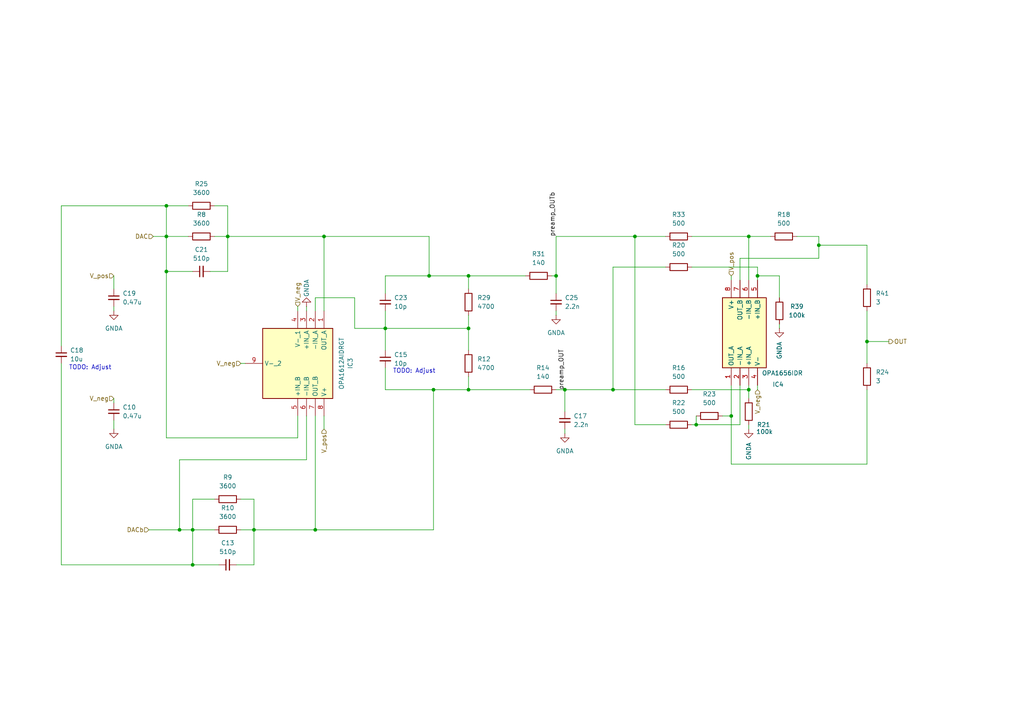
<source format=kicad_sch>
(kicad_sch (version 20250114) (generator "eeschema") (generator_version "9.0")
  (paper "A4")
  (lib_symbols
    (symbol "Device:C_Small" (pin_numbers (hide yes)) (pin_names (offset 0.254) (hide yes))
      (property "Reference" "C" (at 0.254 1.778 0))
      (property "Value" "C_Small" (at 0.254 -2.032 0))
      (symbol "C_Small_0_1"
        (polyline (pts (xy -1.524 0.508) (xy 1.524 0.508)) (stroke (width 0.3048)))
        (polyline (pts (xy -1.524 -0.508) (xy 1.524 -0.508)) (stroke (width 0.3302)))
      )
      (symbol "C_Small_1_1"
        (pin passive line (at 0 2.54 270) (length 2.032) (name "~") (number "1"))
        (pin passive line (at 0 -2.54 90) (length 2.032) (name "~") (number "2"))
      )
    )
    (symbol "Device:R" (pin_numbers (hide yes)) (pin_names (offset 0))
      (property "Reference" "R" (at 2.032 0 90))
      (property "Value" "R" (at 0 0 90))
      (symbol "R_0_1"
        (rectangle (start -1.016 -2.54) (end 1.016 2.54) (stroke (width 0.254)))
      )
      (symbol "R_1_1"
        (pin passive line (at 0 3.81 270) (length 1.27) (name "~") (number "1"))
        (pin passive line (at 0 -3.81 90) (length 1.27) (name "~") (number "2"))
      )
    )
    (symbol "OPA1612AIDRGT:OPA1612AIDRGT"
      (property "Reference" "IC" (at 26.67 7.62 0))
      (property "Value" "OPA1612AIDRGT" (at 26.67 5.08 0))
      (symbol "OPA1612AIDRGT_1_1"
        (rectangle (start 5.08 2.54) (end 25.4 -17.78) (stroke (width 0.254)) (fill (type background)))
        (pin passive line (at 0 0 0) (length 5.08) (name "OUT_A") (number "1"))
        (pin passive line (at 0 -2.54 0) (length 5.08) (name "-IN_A") (number "2"))
        (pin passive line (at 0 -5.08 0) (length 5.08) (name "+IN_A") (number "3"))
        (pin passive line (at 0 -7.62 0) (length 5.08) (name "V-_1") (number "4"))
        (pin passive line (at 15.24 -22.86 90) (length 5.08) (name "V-_2") (number "9"))
        (pin passive line (at 30.48 0 180) (length 5.08) (name "V+") (number "8"))
        (pin passive line (at 30.48 -2.54 180) (length 5.08) (name "OUT_B") (number "7"))
        (pin passive line (at 30.48 -5.08 180) (length 5.08) (name "-IN_B") (number "6"))
        (pin passive line (at 30.48 -7.62 180) (length 5.08) (name "+IN_B") (number "5"))
      )
    )
    (symbol "OPA1656IDR:OPA1656IDR"
      (property "Reference" "IC" (at 26.67 7.62 0))
      (property "Value" "OPA1656IDR" (at 26.67 5.08 0))
      (symbol "OPA1656IDR_1_1"
        (rectangle (start 5.08 2.54) (end 25.4 -10.16) (stroke (width 0.254)) (fill (type background)))
        (pin passive line (at 0 0 0) (length 5.08) (name "OUT_A") (number "1"))
        (pin passive line (at 0 -2.54 0) (length 5.08) (name "-IN_A") (number "2"))
        (pin passive line (at 0 -5.08 0) (length 5.08) (name "+IN_A") (number "3"))
        (pin passive line (at 0 -7.62 0) (length 5.08) (name "V-") (number "4"))
        (pin passive line (at 30.48 0 180) (length 5.08) (name "V+") (number "8"))
        (pin passive line (at 30.48 -2.54 180) (length 5.08) (name "OUT_B") (number "7"))
        (pin passive line (at 30.48 -5.08 180) (length 5.08) (name "-IN_B") (number "6"))
        (pin passive line (at 30.48 -7.62 180) (length 5.08) (name "+IN_B") (number "5"))
      )
    )
    (symbol "power:GNDA" (power) (pin_numbers (hide yes)) (pin_names (offset 0) (hide yes))
      (property "Value" "GNDA" (at 0 -3.81 0))
      (symbol "GNDA_0_1"
        (polyline (pts (xy 0 0) (xy 0 -1.27) (xy 1.27 -1.27) (xy 0 -2.54) (xy -1.27 -1.27) (xy 0 -1.27)))
      )
      (symbol "GNDA_1_1"
        (pin power_in line (at 0 0 270) (length 0) (name "~") (number "1"))
      )
    )
  )
  (text "TODO: Adjust" (at 120.142 107.696 0) (effects (font (size 1.27 1.27))))
  (text "TODO: Adjust" (at 26.162 106.68 0) (effects (font (size 1.27 1.27))))
  (junction (at 91.44 153.67))
  (junction (at 212.09 120.65))
  (junction (at 73.66 153.67))
  (junction (at 135.89 113.03))
  (junction (at 219.71 80.01))
  (junction (at 48.26 78.74))
  (junction (at 52.07 153.67))
  (junction (at 161.29 80.01))
  (junction (at 184.15 68.58))
  (junction (at 55.88 163.83))
  (junction (at 135.89 95.25))
  (junction (at 93.98 68.58))
  (junction (at 135.89 80.01))
  (junction (at 163.83 113.03))
  (junction (at 66.04 68.58))
  (junction (at 217.17 113.03))
  (junction (at 48.26 59.69))
  (junction (at 48.26 68.58))
  (junction (at 201.93 123.19))
  (junction (at 111.76 95.25))
  (junction (at 237.49 71.12))
  (junction (at 251.46 99.06))
  (junction (at 124.46 80.01))
  (junction (at 177.8 113.03))
  (junction (at 125.73 113.03))
  (junction (at 217.17 68.58))
  (junction (at 55.88 153.67))
  (wire (pts (xy 48.26 68.58) (xy 54.61 68.58)))
  (wire (pts (xy 33.02 88.9) (xy 33.02 90.17)))
  (wire (pts (xy 212.09 120.65) (xy 209.55 120.65)))
  (wire (pts (xy 200.66 113.03) (xy 217.17 113.03)))
  (wire (pts (xy 17.78 59.69) (xy 17.78 100.33)))
  (wire (pts (xy 135.89 113.03) (xy 135.89 109.22)))
  (wire (pts (xy 226.06 80.01) (xy 226.06 86.36)))
  (wire (pts (xy 66.04 78.74) (xy 60.96 78.74)))
  (wire (pts (xy 102.87 86.36) (xy 102.87 95.25)))
  (wire (pts (xy 200.66 77.47) (xy 219.71 77.47)))
  (wire (pts (xy 251.46 90.17) (xy 251.46 99.06)))
  (wire (pts (xy 17.78 163.83) (xy 55.88 163.83)))
  (wire (pts (xy 52.07 133.35) (xy 52.07 153.67)))
  (wire (pts (xy 201.93 123.19) (xy 214.63 123.19)))
  (wire (pts (xy 226.06 93.98) (xy 226.06 95.25)))
  (wire (pts (xy 111.76 106.68) (xy 111.76 113.03)))
  (wire (pts (xy 125.73 153.67) (xy 125.73 113.03)))
  (wire (pts (xy 161.29 68.58) (xy 184.15 68.58)))
  (wire (pts (xy 135.89 80.01) (xy 135.89 83.82)))
  (wire (pts (xy 55.88 153.67) (xy 62.23 153.67)))
  (wire (pts (xy 219.71 77.47) (xy 219.71 80.01)))
  (wire (pts (xy 88.9 120.65) (xy 88.9 133.35)))
  (wire (pts (xy 237.49 68.58) (xy 237.49 71.12)))
  (wire (pts (xy 237.49 74.93) (xy 214.63 74.93)))
  (wire (pts (xy 93.98 90.17) (xy 93.98 68.58)))
  (wire (pts (xy 111.76 95.25) (xy 111.76 101.6)))
  (wire (pts (xy 48.26 127) (xy 86.36 127)))
  (wire (pts (xy 251.46 134.62) (xy 212.09 134.62)))
  (wire (pts (xy 163.83 113.03) (xy 177.8 113.03)))
  (wire (pts (xy 44.45 68.58) (xy 48.26 68.58)))
  (wire (pts (xy 62.23 68.58) (xy 66.04 68.58)))
  (wire (pts (xy 212.09 80.01) (xy 212.09 81.28)))
  (wire (pts (xy 48.26 78.74) (xy 55.88 78.74)))
  (wire (pts (xy 55.88 144.78) (xy 55.88 153.67)))
  (wire (pts (xy 135.89 113.03) (xy 153.67 113.03)))
  (wire (pts (xy 212.09 134.62) (xy 212.09 120.65)))
  (wire (pts (xy 217.17 113.03) (xy 217.17 115.57)))
  (wire (pts (xy 200.66 123.19) (xy 201.93 123.19)))
  (wire (pts (xy 62.23 59.69) (xy 66.04 59.69)))
  (wire (pts (xy 214.63 74.93) (xy 214.63 81.28)))
  (wire (pts (xy 251.46 99.06) (xy 251.46 105.41)))
  (wire (pts (xy 212.09 111.76) (xy 212.09 120.65)))
  (wire (pts (xy 91.44 120.65) (xy 91.44 153.67)))
  (wire (pts (xy 88.9 133.35) (xy 52.07 133.35)))
  (wire (pts (xy 163.83 113.03) (xy 163.83 119.38)))
  (wire (pts (xy 73.66 163.83) (xy 68.58 163.83)))
  (wire (pts (xy 93.98 120.65) (xy 93.98 124.46)))
  (wire (pts (xy 237.49 71.12) (xy 237.49 74.93)))
  (wire (pts (xy 193.04 77.47) (xy 177.8 77.47)))
  (wire (pts (xy 73.66 153.67) (xy 73.66 163.83)))
  (wire (pts (xy 219.71 80.01) (xy 226.06 80.01)))
  (wire (pts (xy 17.78 105.41) (xy 17.78 163.83)))
  (wire (pts (xy 86.36 127) (xy 86.36 120.65)))
  (wire (pts (xy 217.17 68.58) (xy 217.17 81.28)))
  (wire (pts (xy 111.76 90.17) (xy 111.76 95.25)))
  (wire (pts (xy 200.66 68.58) (xy 217.17 68.58)))
  (wire (pts (xy 91.44 86.36) (xy 102.87 86.36)))
  (wire (pts (xy 111.76 95.25) (xy 135.89 95.25)))
  (wire (pts (xy 88.9 88.9) (xy 88.9 90.17)))
  (wire (pts (xy 201.93 120.65) (xy 201.93 123.19)))
  (wire (pts (xy 111.76 80.01) (xy 124.46 80.01)))
  (wire (pts (xy 135.89 91.44) (xy 135.89 95.25)))
  (wire (pts (xy 91.44 153.67) (xy 125.73 153.67)))
  (wire (pts (xy 48.26 59.69) (xy 48.26 68.58)))
  (wire (pts (xy 71.12 105.41) (xy 69.85 105.41)))
  (wire (pts (xy 177.8 77.47) (xy 177.8 113.03)))
  (wire (pts (xy 33.02 121.92) (xy 33.02 124.46)))
  (wire (pts (xy 62.23 144.78) (xy 55.88 144.78)))
  (wire (pts (xy 135.89 80.01) (xy 152.4 80.01)))
  (wire (pts (xy 219.71 80.01) (xy 219.71 81.28)))
  (wire (pts (xy 177.8 113.03) (xy 193.04 113.03)))
  (wire (pts (xy 55.88 163.83) (xy 63.5 163.83)))
  (wire (pts (xy 124.46 68.58) (xy 124.46 80.01)))
  (wire (pts (xy 66.04 59.69) (xy 66.04 68.58)))
  (wire (pts (xy 184.15 68.58) (xy 184.15 123.19)))
  (wire (pts (xy 102.87 95.25) (xy 111.76 95.25)))
  (wire (pts (xy 184.15 68.58) (xy 193.04 68.58)))
  (wire (pts (xy 43.18 153.67) (xy 52.07 153.67)))
  (wire (pts (xy 161.29 80.01) (xy 161.29 85.09)))
  (wire (pts (xy 251.46 99.06) (xy 257.81 99.06)))
  (wire (pts (xy 125.73 113.03) (xy 135.89 113.03)))
  (wire (pts (xy 111.76 113.03) (xy 125.73 113.03)))
  (wire (pts (xy 161.29 68.58) (xy 161.29 80.01)))
  (wire (pts (xy 160.02 80.01) (xy 161.29 80.01)))
  (wire (pts (xy 66.04 68.58) (xy 66.04 78.74)))
  (wire (pts (xy 54.61 59.69) (xy 48.26 59.69)))
  (wire (pts (xy 251.46 113.03) (xy 251.46 134.62)))
  (wire (pts (xy 161.29 113.03) (xy 163.83 113.03)))
  (wire (pts (xy 217.17 68.58) (xy 223.52 68.58)))
  (wire (pts (xy 33.02 80.01) (xy 33.02 83.82)))
  (wire (pts (xy 135.89 95.25) (xy 135.89 101.6)))
  (wire (pts (xy 93.98 68.58) (xy 124.46 68.58)))
  (wire (pts (xy 91.44 153.67) (xy 73.66 153.67)))
  (wire (pts (xy 219.71 111.76) (xy 219.71 113.03)))
  (wire (pts (xy 48.26 78.74) (xy 48.26 127)))
  (wire (pts (xy 251.46 71.12) (xy 237.49 71.12)))
  (wire (pts (xy 86.36 88.9) (xy 86.36 90.17)))
  (wire (pts (xy 55.88 153.67) (xy 55.88 163.83)))
  (wire (pts (xy 231.14 68.58) (xy 237.49 68.58)))
  (wire (pts (xy 48.26 59.69) (xy 17.78 59.69)))
  (wire (pts (xy 161.29 90.17) (xy 161.29 91.44)))
  (wire (pts (xy 52.07 153.67) (xy 55.88 153.67)))
  (wire (pts (xy 69.85 144.78) (xy 73.66 144.78)))
  (wire (pts (xy 66.04 68.58) (xy 93.98 68.58)))
  (wire (pts (xy 91.44 90.17) (xy 91.44 86.36)))
  (wire (pts (xy 33.02 115.57) (xy 33.02 116.84)))
  (wire (pts (xy 217.17 113.03) (xy 217.17 111.76)))
  (wire (pts (xy 124.46 80.01) (xy 135.89 80.01)))
  (wire (pts (xy 73.66 144.78) (xy 73.66 153.67)))
  (wire (pts (xy 251.46 82.55) (xy 251.46 71.12)))
  (wire (pts (xy 111.76 80.01) (xy 111.76 85.09)))
  (wire (pts (xy 217.17 123.19) (xy 217.17 124.46)))
  (wire (pts (xy 214.63 123.19) (xy 214.63 111.76)))
  (wire (pts (xy 48.26 68.58) (xy 48.26 78.74)))
  (wire (pts (xy 69.85 153.67) (xy 73.66 153.67)))
  (wire (pts (xy 163.83 124.46) (xy 163.83 125.73)))
  (wire (pts (xy 184.15 123.19) (xy 193.04 123.19)))
  (label "preamp_OUTb" (at 161.29 68.58 90))
  (label "preamp_OUT" (at 163.83 113.03 90))
  (hierarchical_label "V_neg" (shape input) (at 219.71 113.03 270))
  (hierarchical_label "DAC" (shape input) (at 44.45 68.58 180))
  (hierarchical_label "V_neg" (shape input) (at 33.02 115.57 180))
  (hierarchical_label "V_pos" (shape input) (at 33.02 80.01 180))
  (hierarchical_label "V_neg" (shape input) (at 86.36 88.9 90))
  (hierarchical_label "V_neg" (shape input) (at 69.85 105.41 180))
  (hierarchical_label "V_pos" (shape input) (at 93.98 124.46 270))
  (hierarchical_label "V_pos" (shape input) (at 212.09 80.01 90))
  (hierarchical_label "OUT" (shape output) (at 257.81 99.06 0))
  (hierarchical_label "DACb" (shape input) (at 43.18 153.67 180))
  (symbol (lib_id "power:GNDA") (at 33.02 90.17 0) (unit 1)
    (property "Reference" "#PWR" (effects (hide yes)))
    (property "Value" "GNDA" (at 33.02 95.25 0))
    (property "Description" "Power symbol creates a global label with name \"GNDA\" , analog ground" (effects (hide yes)))
    (instances (project "dac_board" (path "" (reference "#PWR025") (unit 1))))
  )
  (symbol (lib_id "Device:C_Small") (at 58.42 78.74 90) (unit 1)
    (property "Reference" "C" (at 58.4263 72.39 90))
    (property "Value" "510p" (at 58.4263 74.93 90))
    (property "Description" "Unpolarized capacitor, small symbol" (effects (hide yes)))
    (instances (project "dac_board" (path "" (reference "C21") (unit 1))))
  )
  (symbol (lib_id "Device:R") (at 205.74 120.65 90) (unit 1)
    (property "Reference" "R23" (at 205.74 114.3 90))
    (property "Value" "500" (at 205.74 116.84 90))
    (property "Description" "Resistor" (effects (hide yes)))
    (instances (project "dac_board" (path "" (reference "R23") (unit 1)) (path "" (reference "R37") (unit 1))))
  )
  (symbol (lib_id "Device:C_Small") (at 33.02 119.38 0) (unit 1)
    (property "Reference" "C10" (at 35.56 118.1162 0) (effects (justify left)))
    (property "Value" "0.47u" (at 35.56 120.6562 0) (effects (justify left)))
    (property "Description" "Unpolarized capacitor, small symbol" (effects (hide yes)))
    (instances (project "dac_board" (path "" (reference "C10") (unit 1)) (path "" (reference "C20") (unit 1))))
  )
  (symbol (lib_id "Device:R") (at 217.17 119.38 0) (unit 1)
    (property "Reference" "R21" (at 221.488 123.19 0))
    (property "Value" "100k" (at 221.742 125.222 0))
    (property "Description" "Resistor" (effects (hide yes)))
    (instances (project "dac_board" (path "" (reference "R21") (unit 1)) (path "" (reference "R38") (unit 1))))
  )
  (symbol (lib_id "Device:C_Small") (at 33.02 86.36 0) (unit 1)
    (property "Reference" "C" (at 35.56 85.0962 0) (effects (justify left)))
    (property "Value" "0.47u" (at 35.56 87.6362 0) (effects (justify left)))
    (property "Description" "Unpolarized capacitor, small symbol" (effects (hide yes)))
    (instances (project "dac_board" (path "" (reference "C19") (unit 1))))
  )
  (symbol (lib_id "power:GNDA") (at 33.02 124.46 0) (unit 1)
    (property "Reference" "#PWR019" (effects (hide yes)))
    (property "Value" "GNDA" (at 33.02 129.54 0))
    (property "Description" "Power symbol creates a global label with name \"GNDA\" , analog ground" (effects (hide yes)))
    (instances (project "dac_board" (path "" (reference "#PWR019") (unit 1)) (path "" (reference "#PWR026") (unit 1))))
  )
  (symbol (lib_id "Device:R") (at 196.85 123.19 90) (unit 1)
    (property "Reference" "R22" (at 196.85 116.84 90))
    (property "Value" "500" (at 196.85 119.38 90))
    (property "Description" "Resistor" (effects (hide yes)))
    (instances (project "dac_board" (path "" (reference "R22") (unit 1)) (path "" (reference "R36") (unit 1))))
  )
  (symbol (lib_id "Device:R") (at 156.21 80.01 90) (unit 1)
    (property "Reference" "R" (at 156.21 73.66 90))
    (property "Value" "140" (at 156.21 76.2 90))
    (property "Description" "Resistor" (effects (hide yes)))
    (instances (project "dac_board" (path "" (reference "R31") (unit 1))))
  )
  (symbol (lib_id "Device:R") (at 196.85 68.58 90) (unit 1)
    (property "Reference" "R" (at 196.85 62.23 90))
    (property "Value" "500" (at 196.85 64.77 90))
    (property "Description" "Resistor" (effects (hide yes)))
    (instances (project "dac_board" (path "" (reference "R33") (unit 1))))
  )
  (symbol (lib_id "Device:C_Small") (at 111.76 104.14 0) (unit 1)
    (property "Reference" "C15" (at 114.3 102.8762 0) (effects (justify left)))
    (property "Value" "10p" (at 114.3 105.4162 0) (effects (justify left)))
    (property "Description" "Unpolarized capacitor, small symbol" (effects (hide yes)))
    (instances (project "dac_board" (path "" (reference "C15") (unit 1)) (path "" (reference "C24") (unit 1))))
  )
  (symbol (lib_id "Device:R") (at 196.85 113.03 90) (unit 1)
    (property "Reference" "R16" (at 196.85 106.68 90))
    (property "Value" "500" (at 196.85 109.22 90))
    (property "Description" "Resistor" (effects (hide yes)))
    (instances (project "dac_board" (path "" (reference "R16") (unit 1)) (path "" (reference "R35") (unit 1))))
  )
  (symbol (lib_id "Device:C_Small") (at 161.29 87.63 0) (unit 1)
    (property "Reference" "C" (at 163.83 86.3662 0) (effects (justify left)))
    (property "Value" "2.2n" (at 163.83 88.9062 0) (effects (justify left)))
    (property "Description" "Unpolarized capacitor, small symbol" (effects (hide yes)))
    (instances (project "dac_board" (path "" (reference "C25") (unit 1))))
  )
  (symbol (lib_id "Device:R") (at 251.46 109.22 0) (unit 1)
    (property "Reference" "R24" (at 254 107.9499 0) (effects (justify left)))
    (property "Value" "3" (at 254 110.4899 0) (effects (justify left)))
    (property "Description" "Resistor" (effects (hide yes)))
    (instances (project "dac_board" (path "" (reference "R24") (unit 1)) (path "" (reference "R42") (unit 1))))
  )
  (symbol (lib_id "Device:C_Small") (at 17.78 102.87 0) (unit 1)
    (property "Reference" "C" (at 20.32 101.6062 0) (effects (justify left)))
    (property "Value" "10u" (at 20.32 104.1462 0) (effects (justify left)))
    (property "Description" "Unpolarized capacitor, small symbol" (effects (hide yes)))
    (instances (project "dac_board" (path "" (reference "C18") (unit 1))))
  )
  (symbol (lib_id "Device:R") (at 58.42 68.58 90) (unit 1)
    (property "Reference" "R8" (at 58.42 62.23 90))
    (property "Value" "3600" (at 58.42 64.77 90))
    (property "Description" "Resistor" (effects (hide yes)))
    (instances (project "dac_board" (path "" (reference "R8") (unit 1)) (path "" (reference "R26") (unit 1))))
  )
  (symbol (lib_id "Device:R") (at 58.42 59.69 90) (unit 1)
    (property "Reference" "R" (at 58.42 53.34 90))
    (property "Value" "3600" (at 58.42 55.88 90))
    (property "Description" "Resistor" (effects (hide yes)))
    (instances (project "dac_board" (path "" (reference "R25") (unit 1))))
  )
  (symbol (lib_id "Device:R") (at 66.04 153.67 90) (unit 1)
    (property "Reference" "R10" (at 66.04 147.32 90))
    (property "Value" "3600" (at 66.04 149.86 90))
    (property "Description" "Resistor" (effects (hide yes)))
    (instances (project "dac_board" (path "" (reference "R10") (unit 1)) (path "" (reference "R28") (unit 1))))
  )
  (symbol (lib_id "OPA1612AIDRGT:OPA1612AIDRGT") (at 93.98 90.17 270) (unit 1)
    (property "Reference" "IC" (at 101.6 105.41 0))
    (property "Value" "OPA1612AIDRGT" (at 99.06 105.41 0))
    (property "Footprint" "SON50P300X300X80-9N-D" (effects (hide yes)))
    (property "Datasheet" "https://www.ti.com/lit/ds/symlink/opa1612.pdf?ts=1621411006994&ref_url=https%253A%252F%252Fwww.ti.com%252Fstore%252Fti%252Fen%252Fp%252Fproduct%252F%253Fp%253DOPA1612AIDRGT" (effects (hide yes)))
    (property "Description" "Audio Amp Speaker 1-CH Mono Class-AB 8-Pin WSON EP T/R" (effects (hide yes)))
    (property "Height" "0.8" (effects (hide yes)))
    (property "Mouser Part Number" "595-OPA1612AIDRGT" (effects (hide yes)))
    (property "Mouser Price/Stock" "https://www.mouser.co.uk/ProductDetail/Texas-Instruments/OPA1612AIDRGT?qs=m1T3c8F5IUKGKaJpDrXepQ%3D%3D" (effects (hide yes)))
    (property "Manufacturer_Name" "Texas Instruments" (effects (hide yes)))
    (property "Manufacturer_Part_Number" "OPA1612AIDRGT" (effects (hide yes)))
    (instances (project "dac_board" (path "" (reference "IC3") (unit 1))))
  )
  (symbol (lib_id "power:GNDA") (at 88.9 88.9 180) (unit 1)
    (property "Reference" "#PWR" (effects (hide yes)))
    (property "Value" "GNDA" (at 88.9 83.566 90))
    (property "Description" "Power symbol creates a global label with name \"GNDA\" , analog ground" (effects (hide yes)))
    (instances (project "dac_board" (path "" (reference "#PWR027") (unit 1))))
  )
  (symbol (lib_id "power:GNDA") (at 226.06 95.25 0) (unit 1)
    (property "Reference" "#PWR" (effects (hide yes)))
    (property "Value" "GNDA" (at 226.0601 99.06 90) (effects (justify right)))
    (property "Description" "Power symbol creates a global label with name \"GNDA\" , analog ground" (effects (hide yes)))
    (instances (project "dac_board" (path "" (reference "#PWR031") (unit 1))))
  )
  (symbol (lib_id "power:GNDA") (at 163.83 125.73 0) (unit 1)
    (property "Reference" "#PWR" (effects (hide yes)))
    (property "Value" "GNDA" (at 163.83 130.81 0))
    (property "Description" "Power symbol creates a global label with name \"GNDA\" , analog ground" (effects (hide yes)))
    (instances (project "dac_board" (path "" (reference "#PWR029") (unit 1))))
  )
  (symbol (lib_id "OPA1656IDR:OPA1656IDR") (at 212.09 111.76 90) (unit 1)
    (property "Reference" "IC" (at 224.028 111.506 90) (effects (justify right)))
    (property "Value" "OPA1656IDR" (at 220.98 108.204 90) (effects (justify right)))
    (property "Footprint" "SOIC127P600X175-8N" (effects (hide yes)))
    (property "Datasheet" "http://www.ti.com/lit/gpn/OPA1656" (effects (hide yes)))
    (property "Description" "SoundPlus ultra-low noise and distortion, audio operational amplifier" (effects (hide yes)))
    (property "Height" "1.75" (effects (hide yes)))
    (property "Mouser Part Number" "595-OPA1656IDR" (effects (hide yes)))
    (property "Mouser Price/Stock" "https://www.mouser.co.uk/ProductDetail/Texas-Instruments/OPA1656IDR?qs=vLWxofP3U2ztlJVp%252BbIcnQ%3D%3D" (effects (hide yes)))
    (property "Manufacturer_Name" "Texas Instruments" (effects (hide yes)))
    (property "Manufacturer_Part_Number" "OPA1656IDR" (effects (hide yes)))
    (instances (project "dac_board" (path "" (reference "IC4") (unit 1))))
  )
  (symbol (lib_id "Device:R") (at 135.89 87.63 0) (unit 1)
    (property "Reference" "R" (at 138.43 86.3599 0) (effects (justify left)))
    (property "Value" "4700" (at 138.43 88.8999 0) (effects (justify left)))
    (property "Description" "Resistor" (effects (hide yes)))
    (instances (project "dac_board" (path "" (reference "R29") (unit 1))))
  )
  (symbol (lib_id "Device:R") (at 157.48 113.03 90) (unit 1)
    (property "Reference" "R14" (at 157.48 106.68 90))
    (property "Value" "140" (at 157.48 109.22 90))
    (property "Description" "Resistor" (effects (hide yes)))
    (instances (project "dac_board" (path "" (reference "R14") (unit 1)) (path "" (reference "R32") (unit 1))))
  )
  (symbol (lib_id "Device:R") (at 66.04 144.78 90) (unit 1)
    (property "Reference" "R9" (at 66.04 138.43 90))
    (property "Value" "3600" (at 66.04 140.97 90))
    (property "Description" "Resistor" (effects (hide yes)))
    (instances (project "dac_board" (path "" (reference "R9") (unit 1)) (path "" (reference "R27") (unit 1))))
  )
  (symbol (lib_id "Device:R") (at 135.89 105.41 0) (unit 1)
    (property "Reference" "R12" (at 138.43 104.1399 0) (effects (justify left)))
    (property "Value" "4700" (at 138.43 106.6799 0) (effects (justify left)))
    (property "Description" "Resistor" (effects (hide yes)))
    (instances (project "dac_board" (path "" (reference "R12") (unit 1)) (path "" (reference "R30") (unit 1))))
  )
  (symbol (lib_id "power:GNDA") (at 161.29 91.44 0) (unit 1)
    (property "Reference" "#PWR" (effects (hide yes)))
    (property "Value" "GNDA" (at 161.29 96.52 0))
    (property "Description" "Power symbol creates a global label with name \"GNDA\" , analog ground" (effects (hide yes)))
    (instances (project "dac_board" (path "" (reference "#PWR028") (unit 1))))
  )
  (symbol (lib_id "Device:R") (at 226.06 90.17 0) (unit 1)
    (property "Reference" "R" (at 231.14 88.9 0))
    (property "Value" "100k" (at 231.14 91.44 0))
    (property "Description" "Resistor" (effects (hide yes)))
    (instances (project "dac_board" (path "" (reference "R39") (unit 1))))
  )
  (symbol (lib_id "Device:R") (at 196.85 77.47 90) (unit 1)
    (property "Reference" "R20" (at 196.85 71.12 90))
    (property "Value" "500" (at 196.85 73.66 90))
    (property "Description" "Resistor" (effects (hide yes)))
    (instances (project "dac_board" (path "" (reference "R20") (unit 1)) (path "" (reference "R34") (unit 1))))
  )
  (symbol (lib_id "Device:R") (at 227.33 68.58 90) (unit 1)
    (property "Reference" "R18" (at 227.33 62.23 90))
    (property "Value" "500" (at 227.33 64.77 90))
    (property "Description" "Resistor" (effects (hide yes)))
    (instances (project "dac_board" (path "" (reference "R18") (unit 1)) (path "" (reference "R40") (unit 1))))
  )
  (symbol (lib_id "Device:C_Small") (at 163.83 121.92 0) (unit 1)
    (property "Reference" "C17" (at 166.37 120.6562 0) (effects (justify left)))
    (property "Value" "2.2n" (at 166.37 123.1962 0) (effects (justify left)))
    (property "Description" "Unpolarized capacitor, small symbol" (effects (hide yes)))
    (instances (project "dac_board" (path "" (reference "C17") (unit 1)) (path "" (reference "C26") (unit 1))))
  )
  (symbol (lib_id "Device:C_Small") (at 111.76 87.63 0) (unit 1)
    (property "Reference" "C" (at 114.3 86.3662 0) (effects (justify left)))
    (property "Value" "10p" (at 114.3 88.9062 0) (effects (justify left)))
    (property "Description" "Unpolarized capacitor, small symbol" (effects (hide yes)))
    (instances (project "dac_board" (path "" (reference "C23") (unit 1))))
  )
  (symbol (lib_id "Device:C_Small") (at 66.04 163.83 90) (unit 1)
    (property "Reference" "C13" (at 66.0463 157.48 90))
    (property "Value" "510p" (at 66.0463 160.02 90))
    (property "Description" "Unpolarized capacitor, small symbol" (effects (hide yes)))
    (instances (project "dac_board" (path "" (reference "C13") (unit 1)) (path "" (reference "C22") (unit 1))))
  )
  (symbol (lib_id "power:GNDA") (at 217.17 124.46 0) (unit 1)
    (property "Reference" "#PWR024" (effects (hide yes)))
    (property "Value" "GNDA" (at 217.1701 128.27 90) (effects (justify right)))
    (property "Description" "Power symbol creates a global label with name \"GNDA\" , analog ground" (effects (hide yes)))
    (instances (project "dac_board" (path "" (reference "#PWR024") (unit 1)) (path "" (reference "#PWR030") (unit 1))))
  )
  (symbol (lib_id "Device:R") (at 251.46 86.36 0) (unit 1)
    (property "Reference" "R" (at 254 85.0899 0) (effects (justify left)))
    (property "Value" "3" (at 254 87.6299 0) (effects (justify left)))
    (property "Description" "Resistor" (effects (hide yes)))
    (instances (project "dac_board" (path "" (reference "R41") (unit 1))))
  )
)
</source>
